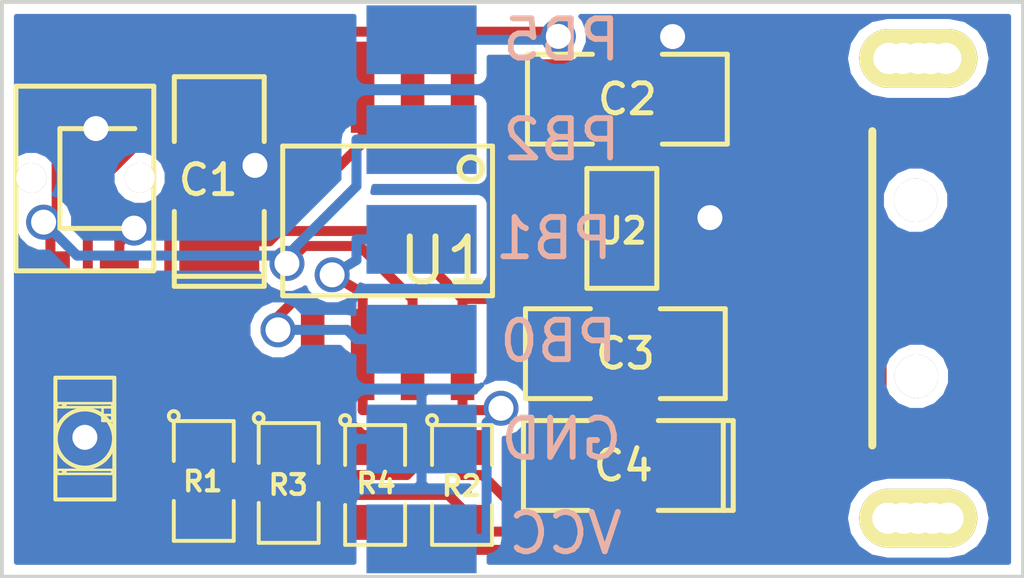
<source format=kicad_pcb>
(kicad_pcb (version 3) (host pcbnew "(2013-07-07 BZR 4022)-stable")

  (general
    (links 32)
    (no_connects 0)
    (area 203.05395 142.316053 231.064201 158.571947)
    (thickness 1.6)
    (drawings 4)
    (tracks 160)
    (zones 0)
    (modules 14)
    (nets 14)
  )

  (page A3)
  (layers
    (15 F.Cu signal)
    (0 B.Cu signal)
    (16 B.Adhes user)
    (17 F.Adhes user)
    (18 B.Paste user)
    (19 F.Paste user)
    (20 B.SilkS user)
    (21 F.SilkS user)
    (22 B.Mask user)
    (23 F.Mask user)
    (24 Dwgs.User user)
    (25 Cmts.User user)
    (26 Eco1.User user)
    (27 Eco2.User user)
    (28 Edge.Cuts user)
  )

  (setup
    (last_trace_width 0.254)
    (user_trace_width 0.127)
    (trace_clearance 0.127)
    (zone_clearance 0.254)
    (zone_45_only no)
    (trace_min 0.127)
    (segment_width 0.2)
    (edge_width 0.1)
    (via_size 0.889)
    (via_drill 0.635)
    (via_min_size 0.555)
    (via_min_drill 0.3352)
    (user_via 0.555 0.3352)
    (uvia_size 0.508)
    (uvia_drill 0.127)
    (uvias_allowed no)
    (uvia_min_size 0.254)
    (uvia_min_drill 0.063)
    (pcb_text_width 0.3)
    (pcb_text_size 1.5 1.5)
    (mod_edge_width 0.15)
    (mod_text_size 1 1)
    (mod_text_width 0.15)
    (pad_size 1.75 2.8)
    (pad_drill 0)
    (pad_to_mask_clearance 0)
    (aux_axis_origin 0 0)
    (visible_elements 7FFFFFFF)
    (pcbplotparams
      (layerselection 284721153)
      (usegerberextensions true)
      (excludeedgelayer true)
      (linewidth 0.150000)
      (plotframeref false)
      (viasonmask false)
      (mode 1)
      (useauxorigin false)
      (hpglpennumber 1)
      (hpglpenspeed 20)
      (hpglpendiameter 15)
      (hpglpenoverlay 2)
      (psnegative false)
      (psa4output false)
      (plotreference true)
      (plotvalue true)
      (plotothertext true)
      (plotinvisibletext false)
      (padsonsilk false)
      (subtractmaskfromsilk false)
      (outputformat 1)
      (mirror false)
      (drillshape 0)
      (scaleselection 1)
      (outputdirectory gerbers/))
  )

  (net 0 "")
  (net 1 GND)
  (net 2 N-0000013)
  (net 3 N-000006)
  (net 4 N-000007)
  (net 5 N-000009)
  (net 6 PB0)
  (net 7 PB1)
  (net 8 PB2)
  (net 9 PB3)
  (net 10 PB4)
  (net 11 PB5)
  (net 12 VBUS)
  (net 13 VCC)

  (net_class Default "This is the default net class."
    (clearance 0.127)
    (trace_width 0.254)
    (via_dia 0.889)
    (via_drill 0.635)
    (uvia_dia 0.508)
    (uvia_drill 0.127)
    (add_net "")
    (add_net GND)
    (add_net N-0000013)
    (add_net N-000006)
    (add_net N-000007)
    (add_net N-000009)
    (add_net PB0)
    (add_net PB1)
    (add_net PB2)
    (add_net PB3)
    (add_net PB4)
    (add_net PB5)
    (add_net VBUS)
    (add_net VCC)
  )

  (module MICROJELLY-USB-A-SMT-MALE (layer F.Cu) (tedit 53FA1903) (tstamp 53F79302)
    (at 229.451 150.419 270)
    (path /53F78CBD)
    (attr smd)
    (fp_text reference J2 (at -4.4325 25.5525 270) (layer B.SilkS) hide
      (effects (font (size 1.27 1.27) (thickness 0.0889)))
    )
    (fp_text value USB (at 1.7143 25.5906 270) (layer B.SilkS) hide
      (effects (font (size 1.27 1.27) (thickness 0.0889)))
    )
    (fp_line (start -3.99796 2.26822) (end 3.99796 2.26822) (layer F.SilkS) (width 0.2032))
    (pad 2 smd rect (at 1.02616 3.66776 270) (size 1.19888 1.99898)
      (layers F.Cu F.Paste F.Mask)
      (net 4 N-000007)
    )
    (pad 3 smd rect (at -1.02616 3.66776 270) (size 1.19888 1.99898)
      (layers F.Cu F.Paste F.Mask)
      (net 3 N-000006)
    )
    (pad 1 smd rect (at 3.49758 3.66776 270) (size 1.19888 1.99898)
      (layers F.Cu F.Paste F.Mask)
      (net 1 GND)
    )
    (pad P$1 thru_hole oval (at 5.84962 1.09982 270) (size 1.4986 2.99974) (drill 0.79756)
      (layers *.Cu *.Mask F.Paste F.SilkS)
    )
    (pad P$3 thru_hole oval (at -5.84962 1.09982 270) (size 1.4986 2.99974) (drill 0.79756)
      (layers *.Cu *.Mask F.Paste F.SilkS)
    )
    (pad 4 smd rect (at -3.49758 3.66776 270) (size 1.19888 1.99898)
      (layers F.Cu F.Paste F.Mask)
      (net 12 VBUS)
    )
    (pad P$4 thru_hole circle (at 2.24028 1.14808 270) (size 1.099998 1.099998) (drill 1.099998)
      (layers *.Cu *.Mask F.SilkS)
    )
    (pad P$5 thru_hole circle (at -2.24282 1.1684 270) (size 1.099998 1.099998) (drill 1.099998)
      (layers *.Cu *.Mask F.SilkS)
    )
    (pad P$4 thru_hole circle (at -5.84962 0.40132 270) (size 0.79756 0.79756) (drill 0.79756)
      (layers *.Cu F.Paste F.SilkS F.Mask)
    )
    (pad P$5 thru_hole circle (at -5.84962 0.78232 270) (size 0.79756 0.79756) (drill 0.79756)
      (layers *.Cu F.Paste F.SilkS F.Mask)
    )
    (pad P$6 thru_hole circle (at -5.84962 1.84404 270) (size 0.79756 0.79756) (drill 0.79756)
      (layers *.Cu F.Paste F.SilkS F.Mask)
    )
    (pad P$7 thru_hole circle (at -5.84962 1.49352 270) (size 0.79756 0.79756) (drill 0.79756)
      (layers *.Cu F.Paste F.SilkS F.Mask)
    )
    (pad P$2 thru_hole circle (at 5.84962 0.34544 270) (size 0.79756 0.79756) (drill 0.79756)
      (layers *.Cu F.Paste F.SilkS F.Mask)
    )
    (pad P$3 thru_hole circle (at 5.84962 0.73152 270) (size 0.79756 0.79756) (drill 0.79756)
      (layers *.Cu F.Paste F.SilkS F.Mask)
    )
    (pad P$4 thru_hole circle (at 5.84962 1.86944 270) (size 0.79756 0.79756) (drill 0.79756)
      (layers *.Cu F.Paste F.SilkS F.Mask)
    )
    (pad P$5 thru_hole circle (at 5.84962 1.46812 270) (size 0.79756 0.79756) (drill 0.79756)
      (layers *.Cu F.Paste F.SilkS F.Mask)
    )
  )

  (module MICROJELLY_ISP_SMD_CLASSIC (layer B.Cu) (tedit 53FA18ED) (tstamp 53FA1098)
    (at 213.944 150.444 270)
    (path /53F78CDD)
    (fp_text reference J1 (at 4.0261 9.9312 270) (layer B.SilkS) hide
      (effects (font (size 1 1) (thickness 0.15)) (justify mirror))
    )
    (fp_text value ISP (at -1.4857 9.8677 270) (layer B.SilkS) hide
      (effects (font (size 1 1) (thickness 0.15)) (justify mirror))
    )
    (fp_text user VCC (at 6.2105 -5.4358 360) (layer B.SilkS)
      (effects (font (size 1 1) (thickness 0.15)) (justify mirror))
    )
    (fp_text user GND (at 3.81 -5.334 360) (layer B.SilkS)
      (effects (font (size 1 1) (thickness 0.15)) (justify mirror))
    )
    (fp_text user PB0 (at 1.321 -5.258 360) (layer B.SilkS)
      (effects (font (size 1 1) (thickness 0.15)) (justify mirror))
    )
    (fp_text user PB1 (at -1.2952 -5.1437 360) (layer B.SilkS)
      (effects (font (size 1 1) (thickness 0.15)) (justify mirror))
    )
    (fp_text user PB2 (at -3.81 -5.334 360) (layer B.SilkS)
      (effects (font (size 1 1) (thickness 0.15)) (justify mirror))
    )
    (fp_text user PB5 (at -6.35 -5.334 360) (layer B.SilkS)
      (effects (font (size 1 1) (thickness 0.15)) (justify mirror))
    )
    (pad 5 smd rect (at -6.35 -1.778 270) (size 1.75 2.8)
      (layers B.Cu B.Paste B.Mask)
      (net 11 PB5)
    )
    (pad 3 smd rect (at -3.81 -1.778 270) (size 1.75 2.8)
      (layers B.Cu B.Paste B.Mask)
      (net 8 PB2)
    )
    (pad 1 smd rect (at -1.27 -1.778 270) (size 1.75 2.8)
      (layers B.Cu B.Paste B.Mask)
      (net 7 PB1)
    )
    (pad 4 smd rect (at 1.27 -1.778 270) (size 1.75 2.8)
      (layers B.Cu B.Paste B.Mask)
      (net 6 PB0)
    )
    (pad 6 smd rect (at 3.81 -1.778 270) (size 1.75 2.8)
      (layers B.Cu B.Paste B.Mask)
      (net 1 GND)
    )
    (pad 2 smd rect (at 6.35 -1.778 270) (size 1.75 2.8)
      (layers B.Cu B.Paste B.Mask)
      (net 13 VCC)
    )
  )

  (module MICROJELLY-SOT23-5 (layer F.Cu) (tedit 53FA14B2) (tstamp 53F7930F)
    (at 220.815 148.895 90)
    (path /53F78C7B)
    (attr smd)
    (fp_text reference U2 (at -0.0633 -0.0128 180) (layer F.SilkS)
      (effects (font (size 0.635 0.635) (thickness 0.127)))
    )
    (fp_text value LDO (at -2.9716 -16.7768 90) (layer F.SilkS) hide
      (effects (font (size 0.635 0.635) (thickness 0.127)))
    )
    (fp_line (start 1.524 -0.889) (end 1.524 0.889) (layer F.SilkS) (width 0.127))
    (fp_line (start 1.524 0.889) (end -1.524 0.889) (layer F.SilkS) (width 0.127))
    (fp_line (start -1.524 0.889) (end -1.524 -0.889) (layer F.SilkS) (width 0.127))
    (fp_line (start -1.524 -0.889) (end 1.524 -0.889) (layer F.SilkS) (width 0.127))
    (pad 1 smd rect (at -0.9525 1.27 90) (size 0.508 0.762)
      (layers F.Cu F.Paste F.Mask)
      (net 12 VBUS)
    )
    (pad 3 smd rect (at 0.9525 1.27 90) (size 0.508 0.762)
      (layers F.Cu F.Paste F.Mask)
      (net 1 GND)
    )
    (pad 5 smd rect (at -0.9525 -1.27 90) (size 0.508 0.762)
      (layers F.Cu F.Paste F.Mask)
      (net 13 VCC)
    )
    (pad 2 smd rect (at 0 1.27 90) (size 0.508 0.762)
      (layers F.Cu F.Paste F.Mask)
      (net 1 GND)
    )
    (pad 4 smd rect (at 0.9525 -1.27 90) (size 0.508 0.762)
      (layers F.Cu F.Paste F.Mask)
      (net 2 N-0000013)
    )
    (model smd/SOT23_5.wrl
      (at (xyz 0 0 0))
      (scale (xyz 0.1 0.1 0.1))
      (rotate (xyz 0 0 0))
    )
  )

  (module MICROJELLY-SOIC8-WIDE (layer F.Cu) (tedit 53FA144B) (tstamp 53F79321)
    (at 214.859 148.704 180)
    (descr "module CMS SOJ 8 pins etroit")
    (tags "CMS SOJ")
    (path /53F78C6C)
    (attr smd)
    (fp_text reference U1 (at -1.4347 -1.0163 180) (layer F.SilkS)
      (effects (font (size 1.143 1.143) (thickness 0.1524)))
    )
    (fp_text value ATTINY85 (at 10.643 -4.6231 270) (layer F.SilkS) hide
      (effects (font (size 0.889 0.889) (thickness 0.1524)))
    )
    (fp_circle (center -2.11328 1.3335) (end -2.3876 1.24714) (layer F.SilkS) (width 0.15))
    (fp_line (start -2.667 1.778) (end -2.667 1.905) (layer F.SilkS) (width 0.127))
    (fp_line (start -2.667 1.905) (end 2.667 1.905) (layer F.SilkS) (width 0.127))
    (fp_line (start 2.667 -1.905) (end -2.667 -1.905) (layer F.SilkS) (width 0.127))
    (fp_line (start -2.667 -1.905) (end -2.667 1.778) (layer F.SilkS) (width 0.127))
    (fp_line (start 2.667 -1.905) (end 2.667 1.905) (layer F.SilkS) (width 0.127))
    (pad 8 smd rect (at -1.905 -3.40106 180) (size 0.59944 2.32)
      (layers F.Cu F.Paste F.Mask)
      (net 13 VCC)
    )
    (pad 1 smd rect (at -1.905 3.40106 180) (size 0.59944 2.32)
      (layers F.Cu F.Paste F.Mask)
      (net 11 PB5)
    )
    (pad 7 smd rect (at -0.635 -3.40106 180) (size 0.59944 2.32)
      (layers F.Cu F.Paste F.Mask)
      (net 8 PB2)
    )
    (pad 6 smd rect (at 0.635 -3.40106 180) (size 0.59944 2.32)
      (layers F.Cu F.Paste F.Mask)
      (net 7 PB1)
    )
    (pad 5 smd rect (at 1.905 -3.40106 180) (size 0.59944 2.32)
      (layers F.Cu F.Paste F.Mask)
      (net 6 PB0)
    )
    (pad 2 smd rect (at -0.635 3.40106 180) (size 0.59944 2.32)
      (layers F.Cu F.Paste F.Mask)
      (net 9 PB3)
    )
    (pad 3 smd rect (at 0.635 3.40106 180) (size 0.59944 2.32)
      (layers F.Cu F.Paste F.Mask)
      (net 10 PB4)
    )
    (pad 4 smd rect (at 1.905 3.40106 180) (size 0.59944 2.32)
      (layers F.Cu F.Paste F.Mask)
      (net 1 GND)
    )
    (model smd/cms_so8.wrl
      (at (xyz 0 0 0))
      (scale (xyz 0.5 0.32 0.5))
      (rotate (xyz 0 0 0))
    )
  )

  (module MICROJELLY-E-SWITCH (layer F.Cu) (tedit 525C1661) (tstamp 53F79332)
    (at 207.162 147.625 270)
    (path /53F78CF3)
    (attr smd)
    (fp_text reference SW1 (at 0 0 270) (layer F.SilkS)
      (effects (font (size 0.0004 0.0004) (thickness 0.00012)))
    )
    (fp_text value ESWITCH (at 0 0 270) (layer F.SilkS)
      (effects (font (size 0.0004 0.0004) (thickness 0.00012)))
    )
    (fp_line (start -2.3495 -1.7526) (end -2.3495 1.7526) (layer F.SilkS) (width 0.127))
    (fp_line (start -2.3495 1.7526) (end 2.3495 1.7526) (layer F.SilkS) (width 0.127))
    (fp_line (start 2.3495 1.7526) (end 2.3495 -1.7526) (layer F.SilkS) (width 0.127))
    (fp_line (start 2.3495 -1.7526) (end -2.3495 -1.7526) (layer F.SilkS) (width 0.127))
    (fp_line (start -1.27 -1.27) (end -1.27 0.635) (layer F.SilkS) (width 0.127))
    (fp_line (start -1.27 0.635) (end 1.27 0.635) (layer F.SilkS) (width 0.127))
    (fp_line (start 1.27 0.635) (end 1.27 -1.27) (layer F.SilkS) (width 0.127))
    (pad 1 smd rect (at -2.6289 0.8763 270) (size 1.5494 0.9906)
      (layers F.Cu F.Paste F.Mask)
      (net 8 PB2)
    )
    (pad 1 smd rect (at 2.6289 0.8763 270) (size 1.5494 0.9906)
      (layers F.Cu F.Paste F.Mask)
      (net 8 PB2)
    )
    (pad 2 smd rect (at -2.6289 -0.8763 270) (size 1.5494 0.9906)
      (layers F.Cu F.Paste F.Mask)
      (net 1 GND)
    )
    (pad 2 smd rect (at 2.6289 -0.8763 270) (size 1.5494 0.9906)
      (layers F.Cu F.Paste F.Mask)
      (net 1 GND)
    )
    (pad P$5 thru_hole circle (at -0.01778 -1.39192 270) (size 0.762 0.762) (drill 0.762)
      (layers *.Cu *.Mask F.SilkS)
    )
    (pad P$6 thru_hole circle (at -0.01524 1.36144 270) (size 0.762 0.762) (drill 0.762)
      (layers *.Cu *.Mask F.SilkS)
    )
  )

  (module SM1206POL (layer F.Cu) (tedit 53FA1462) (tstamp 53F79341)
    (at 210.579 147.574 90)
    (path /53F78D86)
    (attr smd)
    (fp_text reference C1 (at -0.0889 -0.2797 180) (layer F.SilkS)
      (effects (font (size 0.762 0.762) (thickness 0.127)))
    )
    (fp_text value 10uF (at -1.143 -6.4519 90) (layer F.SilkS) hide
      (effects (font (size 0.762 0.762) (thickness 0.127)))
    )
    (fp_line (start -2.54 -1.143) (end -2.794 -1.143) (layer F.SilkS) (width 0.127))
    (fp_line (start -2.794 -1.143) (end -2.794 1.143) (layer F.SilkS) (width 0.127))
    (fp_line (start -2.794 1.143) (end -2.54 1.143) (layer F.SilkS) (width 0.127))
    (fp_line (start -2.54 -1.143) (end -2.54 1.143) (layer F.SilkS) (width 0.127))
    (fp_line (start -2.54 1.143) (end -0.889 1.143) (layer F.SilkS) (width 0.127))
    (fp_line (start 0.889 -1.143) (end 2.54 -1.143) (layer F.SilkS) (width 0.127))
    (fp_line (start 2.54 -1.143) (end 2.54 1.143) (layer F.SilkS) (width 0.127))
    (fp_line (start 2.54 1.143) (end 0.889 1.143) (layer F.SilkS) (width 0.127))
    (fp_line (start -0.889 -1.143) (end -2.54 -1.143) (layer F.SilkS) (width 0.127))
    (pad 1 smd rect (at -1.651 0 90) (size 1.524 2.032)
      (layers F.Cu F.Paste F.Mask)
      (net 13 VCC)
    )
    (pad 2 smd rect (at 1.651 0 90) (size 1.524 2.032)
      (layers F.Cu F.Paste F.Mask)
      (net 1 GND)
    )
    (model smd/chip_cms_pol.wrl
      (at (xyz 0 0 0))
      (scale (xyz 0.17 0.16 0.16))
      (rotate (xyz 0 0 0))
    )
  )

  (module SM1206POL (layer F.Cu) (tedit 53FA14A0) (tstamp 53F79350)
    (at 220.853 154.927 180)
    (path /53F78E77)
    (attr smd)
    (fp_text reference C4 (at 0 0 180) (layer F.SilkS)
      (effects (font (size 0.762 0.762) (thickness 0.127)))
    )
    (fp_text value 1uF (at 16.7767 4.9781 270) (layer F.SilkS) hide
      (effects (font (size 0.762 0.762) (thickness 0.127)))
    )
    (fp_line (start -2.54 -1.143) (end -2.794 -1.143) (layer F.SilkS) (width 0.127))
    (fp_line (start -2.794 -1.143) (end -2.794 1.143) (layer F.SilkS) (width 0.127))
    (fp_line (start -2.794 1.143) (end -2.54 1.143) (layer F.SilkS) (width 0.127))
    (fp_line (start -2.54 -1.143) (end -2.54 1.143) (layer F.SilkS) (width 0.127))
    (fp_line (start -2.54 1.143) (end -0.889 1.143) (layer F.SilkS) (width 0.127))
    (fp_line (start 0.889 -1.143) (end 2.54 -1.143) (layer F.SilkS) (width 0.127))
    (fp_line (start 2.54 -1.143) (end 2.54 1.143) (layer F.SilkS) (width 0.127))
    (fp_line (start 2.54 1.143) (end 0.889 1.143) (layer F.SilkS) (width 0.127))
    (fp_line (start -0.889 -1.143) (end -2.54 -1.143) (layer F.SilkS) (width 0.127))
    (pad 1 smd rect (at -1.651 0 180) (size 1.524 2.032)
      (layers F.Cu F.Paste F.Mask)
      (net 13 VCC)
    )
    (pad 2 smd rect (at 1.651 0 180) (size 1.524 2.032)
      (layers F.Cu F.Paste F.Mask)
      (net 1 GND)
    )
    (model smd/chip_cms_pol.wrl
      (at (xyz 0 0 0))
      (scale (xyz 0.17 0.16 0.16))
      (rotate (xyz 0 0 0))
    )
  )

  (module SM1206 (layer F.Cu) (tedit 53FA14A5) (tstamp 53F7935C)
    (at 220.904 152.082)
    (path /53F78DE2)
    (attr smd)
    (fp_text reference C3 (at 0 0) (layer F.SilkS)
      (effects (font (size 0.762 0.762) (thickness 0.127)))
    )
    (fp_text value .01uF (at -16.8912 -3.2126 90) (layer F.SilkS) hide
      (effects (font (size 0.762 0.762) (thickness 0.127)))
    )
    (fp_line (start -2.54 -1.143) (end -2.54 1.143) (layer F.SilkS) (width 0.127))
    (fp_line (start -2.54 1.143) (end -0.889 1.143) (layer F.SilkS) (width 0.127))
    (fp_line (start 0.889 -1.143) (end 2.54 -1.143) (layer F.SilkS) (width 0.127))
    (fp_line (start 2.54 -1.143) (end 2.54 1.143) (layer F.SilkS) (width 0.127))
    (fp_line (start 2.54 1.143) (end 0.889 1.143) (layer F.SilkS) (width 0.127))
    (fp_line (start -0.889 -1.143) (end -2.54 -1.143) (layer F.SilkS) (width 0.127))
    (pad 1 smd rect (at -1.651 0) (size 1.524 2.032)
      (layers F.Cu F.Paste F.Mask)
      (net 2 N-0000013)
    )
    (pad 2 smd rect (at 1.651 0) (size 1.524 2.032)
      (layers F.Cu F.Paste F.Mask)
      (net 1 GND)
    )
    (model smd/chip_cms.wrl
      (at (xyz 0 0 0))
      (scale (xyz 0.17 0.16 0.16))
      (rotate (xyz 0 0 0))
    )
  )

  (module SM1206 (layer F.Cu) (tedit 53FA14B6) (tstamp 53F79368)
    (at 220.955 145.606)
    (path /53F78E1D)
    (attr smd)
    (fp_text reference C2 (at 0 0) (layer F.SilkS)
      (effects (font (size 0.762 0.762) (thickness 0.127)))
    )
    (fp_text value .1uF (at -16.7898 7.3655 90) (layer F.SilkS) hide
      (effects (font (size 0.762 0.762) (thickness 0.127)))
    )
    (fp_line (start -2.54 -1.143) (end -2.54 1.143) (layer F.SilkS) (width 0.127))
    (fp_line (start -2.54 1.143) (end -0.889 1.143) (layer F.SilkS) (width 0.127))
    (fp_line (start 0.889 -1.143) (end 2.54 -1.143) (layer F.SilkS) (width 0.127))
    (fp_line (start 2.54 -1.143) (end 2.54 1.143) (layer F.SilkS) (width 0.127))
    (fp_line (start 2.54 1.143) (end 0.889 1.143) (layer F.SilkS) (width 0.127))
    (fp_line (start -0.889 -1.143) (end -2.54 -1.143) (layer F.SilkS) (width 0.127))
    (pad 1 smd rect (at -1.651 0) (size 1.524 2.032)
      (layers F.Cu F.Paste F.Mask)
      (net 12 VBUS)
    )
    (pad 2 smd rect (at 1.651 0) (size 1.524 2.032)
      (layers F.Cu F.Paste F.Mask)
      (net 1 GND)
    )
    (model smd/chip_cms.wrl
      (at (xyz 0 0 0))
      (scale (xyz 0.17 0.16 0.16))
      (rotate (xyz 0 0 0))
    )
  )

  (module SM0805 (layer F.Cu) (tedit 53FA1471) (tstamp 53F79375)
    (at 210.185 155.321 270)
    (path /53F78DA1)
    (attr smd)
    (fp_text reference R1 (at 0.0127 0.0254 360) (layer F.SilkS)
      (effects (font (size 0.50038 0.50038) (thickness 0.10922)))
    )
    (fp_text value 47 (at -3.4925 5.9055 270) (layer F.SilkS) hide
      (effects (font (size 0.50038 0.50038) (thickness 0.10922)))
    )
    (fp_circle (center -1.651 0.762) (end -1.651 0.635) (layer F.SilkS) (width 0.09906))
    (fp_line (start -0.508 0.762) (end -1.524 0.762) (layer F.SilkS) (width 0.09906))
    (fp_line (start -1.524 0.762) (end -1.524 -0.762) (layer F.SilkS) (width 0.09906))
    (fp_line (start -1.524 -0.762) (end -0.508 -0.762) (layer F.SilkS) (width 0.09906))
    (fp_line (start 0.508 -0.762) (end 1.524 -0.762) (layer F.SilkS) (width 0.09906))
    (fp_line (start 1.524 -0.762) (end 1.524 0.762) (layer F.SilkS) (width 0.09906))
    (fp_line (start 1.524 0.762) (end 0.508 0.762) (layer F.SilkS) (width 0.09906))
    (pad 1 smd rect (at -0.9525 0 270) (size 0.889 1.397)
      (layers F.Cu F.Paste F.Mask)
      (net 7 PB1)
    )
    (pad 2 smd rect (at 0.9525 0 270) (size 0.889 1.397)
      (layers F.Cu F.Paste F.Mask)
      (net 5 N-000009)
    )
    (model smd/chip_cms.wrl
      (at (xyz 0 0 0))
      (scale (xyz 0.1 0.1 0.1))
      (rotate (xyz 0 0 0))
    )
  )

  (module SM0805 (layer F.Cu) (tedit 53FA1491) (tstamp 53F79382)
    (at 214.541 155.423 270)
    (path /53F78F69)
    (attr smd)
    (fp_text reference R4 (at -0.0385 -0.0255 360) (layer F.SilkS)
      (effects (font (size 0.50038 0.50038) (thickness 0.10922)))
    )
    (fp_text value 68 (at -5.7916 10.2996 270) (layer F.SilkS) hide
      (effects (font (size 0.50038 0.50038) (thickness 0.10922)))
    )
    (fp_circle (center -1.651 0.762) (end -1.651 0.635) (layer F.SilkS) (width 0.09906))
    (fp_line (start -0.508 0.762) (end -1.524 0.762) (layer F.SilkS) (width 0.09906))
    (fp_line (start -1.524 0.762) (end -1.524 -0.762) (layer F.SilkS) (width 0.09906))
    (fp_line (start -1.524 -0.762) (end -0.508 -0.762) (layer F.SilkS) (width 0.09906))
    (fp_line (start 0.508 -0.762) (end 1.524 -0.762) (layer F.SilkS) (width 0.09906))
    (fp_line (start 1.524 -0.762) (end 1.524 0.762) (layer F.SilkS) (width 0.09906))
    (fp_line (start 1.524 0.762) (end 0.508 0.762) (layer F.SilkS) (width 0.09906))
    (pad 1 smd rect (at -0.9525 0 270) (size 0.889 1.397)
      (layers F.Cu F.Paste F.Mask)
      (net 10 PB4)
    )
    (pad 2 smd rect (at 0.9525 0 270) (size 0.889 1.397)
      (layers F.Cu F.Paste F.Mask)
      (net 4 N-000007)
    )
    (model smd/chip_cms.wrl
      (at (xyz 0 0 0))
      (scale (xyz 0.1 0.1 0.1))
      (rotate (xyz 0 0 0))
    )
  )

  (module SM0805 (layer F.Cu) (tedit 53FA148B) (tstamp 53F7938F)
    (at 212.344 155.372 270)
    (path /53F78FA1)
    (attr smd)
    (fp_text reference R3 (at 0.0506 0.0127 360) (layer F.SilkS)
      (effects (font (size 0.50038 0.50038) (thickness 0.10922)))
    )
    (fp_text value 68 (at -6.4518 8.2423 270) (layer F.SilkS) hide
      (effects (font (size 0.50038 0.50038) (thickness 0.10922)))
    )
    (fp_circle (center -1.651 0.762) (end -1.651 0.635) (layer F.SilkS) (width 0.09906))
    (fp_line (start -0.508 0.762) (end -1.524 0.762) (layer F.SilkS) (width 0.09906))
    (fp_line (start -1.524 0.762) (end -1.524 -0.762) (layer F.SilkS) (width 0.09906))
    (fp_line (start -1.524 -0.762) (end -0.508 -0.762) (layer F.SilkS) (width 0.09906))
    (fp_line (start 0.508 -0.762) (end 1.524 -0.762) (layer F.SilkS) (width 0.09906))
    (fp_line (start 1.524 -0.762) (end 1.524 0.762) (layer F.SilkS) (width 0.09906))
    (fp_line (start 1.524 0.762) (end 0.508 0.762) (layer F.SilkS) (width 0.09906))
    (pad 1 smd rect (at -0.9525 0 270) (size 0.889 1.397)
      (layers F.Cu F.Paste F.Mask)
      (net 9 PB3)
    )
    (pad 2 smd rect (at 0.9525 0 270) (size 0.889 1.397)
      (layers F.Cu F.Paste F.Mask)
      (net 3 N-000006)
    )
    (model smd/chip_cms.wrl
      (at (xyz 0 0 0))
      (scale (xyz 0.1 0.1 0.1))
      (rotate (xyz 0 0 0))
    )
  )

  (module SM0805 (layer F.Cu) (tedit 53FA1494) (tstamp 53F7939C)
    (at 216.751 155.423 270)
    (path /53F78FA7)
    (attr smd)
    (fp_text reference R2 (at 0.025 0.0128 360) (layer F.SilkS)
      (effects (font (size 0.50038 0.50038) (thickness 0.10922)))
    )
    (fp_text value 1K5 (at -6.325 12.6747 270) (layer F.SilkS) hide
      (effects (font (size 0.50038 0.50038) (thickness 0.10922)))
    )
    (fp_circle (center -1.651 0.762) (end -1.651 0.635) (layer F.SilkS) (width 0.09906))
    (fp_line (start -0.508 0.762) (end -1.524 0.762) (layer F.SilkS) (width 0.09906))
    (fp_line (start -1.524 0.762) (end -1.524 -0.762) (layer F.SilkS) (width 0.09906))
    (fp_line (start -1.524 -0.762) (end -0.508 -0.762) (layer F.SilkS) (width 0.09906))
    (fp_line (start 0.508 -0.762) (end 1.524 -0.762) (layer F.SilkS) (width 0.09906))
    (fp_line (start 1.524 -0.762) (end 1.524 0.762) (layer F.SilkS) (width 0.09906))
    (fp_line (start 1.524 0.762) (end 0.508 0.762) (layer F.SilkS) (width 0.09906))
    (pad 1 smd rect (at -0.9525 0 270) (size 0.889 1.397)
      (layers F.Cu F.Paste F.Mask)
      (net 13 VCC)
    )
    (pad 2 smd rect (at 0.9525 0 270) (size 0.889 1.397)
      (layers F.Cu F.Paste F.Mask)
      (net 3 N-000006)
    )
    (model smd/chip_cms.wrl
      (at (xyz 0 0 0))
      (scale (xyz 0.1 0.1 0.1))
      (rotate (xyz 0 0 0))
    )
  )

  (module LED-1206 (layer F.Cu) (tedit 53FA1456) (tstamp 53F793C6)
    (at 207.162 154.242 90)
    (descr "LED 1206 smd package")
    (tags "LED1206 SMD")
    (path /53F78DB1)
    (attr smd)
    (fp_text reference D1 (at 0.1148 -2.946 90) (layer F.SilkS) hide
      (effects (font (size 0.762 0.762) (thickness 0.0889)))
    )
    (fp_text value LED (at 0.1783 -2.8952 90) (layer F.SilkS) hide
      (effects (font (size 0.762 0.762) (thickness 0.0889)))
    )
    (fp_line (start -0.09906 0.09906) (end 0.09906 0.09906) (layer F.SilkS) (width 0.06604))
    (fp_line (start 0.09906 0.09906) (end 0.09906 -0.09906) (layer F.SilkS) (width 0.06604))
    (fp_line (start -0.09906 -0.09906) (end 0.09906 -0.09906) (layer F.SilkS) (width 0.06604))
    (fp_line (start -0.09906 0.09906) (end -0.09906 -0.09906) (layer F.SilkS) (width 0.06604))
    (fp_line (start 0.44958 0.6985) (end 0.79756 0.6985) (layer F.SilkS) (width 0.06604))
    (fp_line (start 0.79756 0.6985) (end 0.79756 0.44958) (layer F.SilkS) (width 0.06604))
    (fp_line (start 0.44958 0.44958) (end 0.79756 0.44958) (layer F.SilkS) (width 0.06604))
    (fp_line (start 0.44958 0.6985) (end 0.44958 0.44958) (layer F.SilkS) (width 0.06604))
    (fp_line (start 0.79756 0.6985) (end 0.89916 0.6985) (layer F.SilkS) (width 0.06604))
    (fp_line (start 0.89916 0.6985) (end 0.89916 -0.49784) (layer F.SilkS) (width 0.06604))
    (fp_line (start 0.79756 -0.49784) (end 0.89916 -0.49784) (layer F.SilkS) (width 0.06604))
    (fp_line (start 0.79756 0.6985) (end 0.79756 -0.49784) (layer F.SilkS) (width 0.06604))
    (fp_line (start 0.79756 -0.54864) (end 0.89916 -0.54864) (layer F.SilkS) (width 0.06604))
    (fp_line (start 0.89916 -0.54864) (end 0.89916 -0.6985) (layer F.SilkS) (width 0.06604))
    (fp_line (start 0.79756 -0.6985) (end 0.89916 -0.6985) (layer F.SilkS) (width 0.06604))
    (fp_line (start 0.79756 -0.54864) (end 0.79756 -0.6985) (layer F.SilkS) (width 0.06604))
    (fp_line (start -0.89916 0.6985) (end -0.79756 0.6985) (layer F.SilkS) (width 0.06604))
    (fp_line (start -0.79756 0.6985) (end -0.79756 -0.49784) (layer F.SilkS) (width 0.06604))
    (fp_line (start -0.89916 -0.49784) (end -0.79756 -0.49784) (layer F.SilkS) (width 0.06604))
    (fp_line (start -0.89916 0.6985) (end -0.89916 -0.49784) (layer F.SilkS) (width 0.06604))
    (fp_line (start -0.89916 -0.54864) (end -0.79756 -0.54864) (layer F.SilkS) (width 0.06604))
    (fp_line (start -0.79756 -0.54864) (end -0.79756 -0.6985) (layer F.SilkS) (width 0.06604))
    (fp_line (start -0.89916 -0.6985) (end -0.79756 -0.6985) (layer F.SilkS) (width 0.06604))
    (fp_line (start -0.89916 -0.54864) (end -0.89916 -0.6985) (layer F.SilkS) (width 0.06604))
    (fp_line (start 0.44958 0.6985) (end 0.59944 0.6985) (layer F.SilkS) (width 0.06604))
    (fp_line (start 0.59944 0.6985) (end 0.59944 0.44958) (layer F.SilkS) (width 0.06604))
    (fp_line (start 0.44958 0.44958) (end 0.59944 0.44958) (layer F.SilkS) (width 0.06604))
    (fp_line (start 0.44958 0.6985) (end 0.44958 0.44958) (layer F.SilkS) (width 0.06604))
    (fp_line (start 1.5494 0.7493) (end -1.5494 0.7493) (layer F.SilkS) (width 0.1016))
    (fp_line (start -1.5494 0.7493) (end -1.5494 -0.7493) (layer F.SilkS) (width 0.1016))
    (fp_line (start -1.5494 -0.7493) (end 1.5494 -0.7493) (layer F.SilkS) (width 0.1016))
    (fp_line (start 1.5494 -0.7493) (end 1.5494 0.7493) (layer F.SilkS) (width 0.1016))
    (fp_arc (start 0 0) (end 0.54864 0.49784) (angle 95.4) (layer F.SilkS) (width 0.1016))
    (fp_arc (start 0 0) (end -0.54864 0.49784) (angle 84.5) (layer F.SilkS) (width 0.1016))
    (fp_arc (start 0 0) (end -0.54864 -0.49784) (angle 95.4) (layer F.SilkS) (width 0.1016))
    (fp_arc (start 0 0) (end 0.54864 -0.49784) (angle 84.5) (layer F.SilkS) (width 0.1016))
    (pad 1 smd rect (at -1.41986 0 90) (size 1.59766 1.80086)
      (layers F.Cu F.Paste F.Mask)
      (net 5 N-000009)
    )
    (pad 2 smd rect (at 1.41986 0 90) (size 1.59766 1.80086)
      (layers F.Cu F.Paste F.Mask)
      (net 1 GND)
    )
  )

  (gr_line (start 205.0542 157.7594) (end 205.0542 143.1323) (angle 90) (layer Edge.Cuts) (width 0.1))
  (gr_line (start 231.0142 157.7594) (end 231.0142 143.1323) (angle 90) (layer Edge.Cuts) (width 0.1))
  (gr_line (start 205.0542 157.7594) (end 231.0142 157.7594) (angle 90) (layer Edge.Cuts) (width 0.1))
  (gr_line (start 205.0542 143.1323) (end 231.0142 143.1323) (angle 90) (layer Edge.Cuts) (width 0.1))

  (via (at 208.413 148.8872) (size 0.889) (layers F.Cu B.Cu) (net 1))
  (via (at 207.162 154.2112) (size 0.889) (layers F.Cu B.Cu) (net 1))
  (via (at 207.4421 146.3538) (size 0.889) (layers F.Cu B.Cu) (net 1))
  (via (at 211.4867 147.2913) (size 0.889) (layers F.Cu B.Cu) (net 1))
  (via (at 222.1048 144.0128) (size 0.889) (layers F.Cu B.Cu) (net 1))
  (via (at 223.0533 148.62) (size 0.889) (layers F.Cu B.Cu) (net 1))
  (segment (start 220.2183 153.4024) (end 221.5387 152.082) (width 0.254) (layer F.Cu) (net 1))
  (segment (start 220.2183 154.927) (end 220.2183 153.4024) (width 0.254) (layer F.Cu) (net 1))
  (segment (start 222.555 152.082) (end 221.5387 152.082) (width 0.254) (layer F.Cu) (net 1))
  (segment (start 219.202 154.927) (end 220.2183 154.927) (width 0.254) (layer F.Cu) (net 1))
  (segment (start 208.0383 150.2539) (end 208.0383 149.2249) (width 0.254) (layer F.Cu) (net 1))
  (segment (start 208.0753 149.2249) (end 208.0383 149.2249) (width 0.254) (layer F.Cu) (net 1))
  (segment (start 208.413 148.8872) (end 208.0753 149.2249) (width 0.254) (layer F.Cu) (net 1))
  (segment (start 212.954 145.3029) (end 212.954 146.7172) (width 0.254) (layer F.Cu) (net 1))
  (segment (start 207.162 152.8221) (end 207.162 154.2112) (width 0.254) (layer F.Cu) (net 1))
  (segment (start 208.0383 144.9961) (end 208.0383 146.0251) (width 0.254) (layer F.Cu) (net 1))
  (segment (start 207.7708 146.0251) (end 208.0383 146.0251) (width 0.254) (layer F.Cu) (net 1))
  (segment (start 207.4421 146.3538) (end 207.7708 146.0251) (width 0.254) (layer F.Cu) (net 1))
  (segment (start 210.579 145.923) (end 210.579 146.4219) (width 0.254) (layer F.Cu) (net 1))
  (segment (start 210.8743 146.7172) (end 211.4867 146.7172) (width 0.254) (layer F.Cu) (net 1))
  (segment (start 210.579 146.4219) (end 210.8743 146.7172) (width 0.254) (layer F.Cu) (net 1))
  (segment (start 211.4867 146.7172) (end 212.954 146.7172) (width 0.254) (layer F.Cu) (net 1))
  (segment (start 211.4867 147.2913) (end 211.4867 146.7172) (width 0.254) (layer F.Cu) (net 1))
  (segment (start 222.606 145.606) (end 222.606 144.3357) (width 0.254) (layer F.Cu) (net 1))
  (segment (start 222.4277 144.3357) (end 222.606 144.3357) (width 0.254) (layer F.Cu) (net 1))
  (segment (start 222.1048 144.0128) (end 222.4277 144.3357) (width 0.254) (layer F.Cu) (net 1))
  (segment (start 222.085 147.9425) (end 222.085 148.895) (width 0.254) (layer F.Cu) (net 1))
  (segment (start 222.085 148.895) (end 222.7203 148.895) (width 0.254) (layer F.Cu) (net 1))
  (segment (start 222.9953 148.62) (end 222.7203 148.895) (width 0.254) (layer F.Cu) (net 1))
  (segment (start 223.0533 148.62) (end 222.9953 148.62) (width 0.254) (layer F.Cu) (net 1))
  (segment (start 222.7203 150.6464) (end 222.555 150.8117) (width 0.254) (layer F.Cu) (net 1))
  (segment (start 222.7203 148.895) (end 222.7203 150.6464) (width 0.254) (layer F.Cu) (net 1))
  (segment (start 222.555 152.082) (end 222.555 151.4468) (width 0.254) (layer F.Cu) (net 1))
  (segment (start 222.555 151.4468) (end 222.555 150.8117) (width 0.254) (layer F.Cu) (net 1))
  (segment (start 224.5294 153.4212) (end 224.5294 153.9166) (width 0.254) (layer F.Cu) (net 1))
  (segment (start 222.555 151.4468) (end 224.5294 153.4212) (width 0.254) (layer F.Cu) (net 1))
  (segment (start 225.7832 153.9166) (end 224.5294 153.9166) (width 0.254) (layer F.Cu) (net 1))
  (segment (start 219.253 152.082) (end 219.253 150.8117) (width 0.254) (layer F.Cu) (net 2))
  (segment (start 219.545 147.9425) (end 220.1803 147.9425) (width 0.254) (layer F.Cu) (net 2))
  (segment (start 220.1803 150.2171) (end 220.1803 147.9425) (width 0.254) (layer F.Cu) (net 2))
  (segment (start 219.5857 150.8117) (end 220.1803 150.2171) (width 0.254) (layer F.Cu) (net 2))
  (segment (start 219.253 150.8117) (end 219.5857 150.8117) (width 0.254) (layer F.Cu) (net 2))
  (segment (start 216.751 156.3755) (end 216.751 156.0261) (width 0.254) (layer F.Cu) (net 3))
  (segment (start 225.7832 149.3928) (end 224.5294 149.3928) (width 0.254) (layer F.Cu) (net 3))
  (segment (start 217.3344 156.6095) (end 216.751 156.0261) (width 0.254) (layer F.Cu) (net 3))
  (segment (start 225.0662 156.6095) (end 217.3344 156.6095) (width 0.254) (layer F.Cu) (net 3))
  (segment (start 227.037 154.6387) (end 225.0662 156.6095) (width 0.254) (layer F.Cu) (net 3))
  (segment (start 227.037 153.2119) (end 227.037 154.6387) (width 0.254) (layer F.Cu) (net 3))
  (segment (start 226.888 153.0629) (end 227.037 153.2119) (width 0.254) (layer F.Cu) (net 3))
  (segment (start 225.3961 153.0629) (end 226.888 153.0629) (width 0.254) (layer F.Cu) (net 3))
  (segment (start 224.5294 152.1962) (end 225.3961 153.0629) (width 0.254) (layer F.Cu) (net 3))
  (segment (start 224.5294 149.3928) (end 224.5294 152.1962) (width 0.254) (layer F.Cu) (net 3))
  (segment (start 213.2968 156.0814) (end 213.2968 156.3245) (width 0.254) (layer F.Cu) (net 3))
  (segment (start 213.7016 155.6766) (end 213.2968 156.0814) (width 0.254) (layer F.Cu) (net 3))
  (segment (start 216.4015 155.6766) (end 213.7016 155.6766) (width 0.254) (layer F.Cu) (net 3))
  (segment (start 216.751 156.0261) (end 216.4015 155.6766) (width 0.254) (layer F.Cu) (net 3))
  (segment (start 212.344 156.3245) (end 213.2968 156.3245) (width 0.254) (layer F.Cu) (net 3))
  (segment (start 214.541 156.3755) (end 214.541 157.0743) (width 0.254) (layer F.Cu) (net 4))
  (segment (start 225.7832 151.4452) (end 227.037 151.4452) (width 0.254) (layer F.Cu) (net 4))
  (segment (start 227.4183 151.8265) (end 227.037 151.4452) (width 0.254) (layer F.Cu) (net 4))
  (segment (start 227.4183 154.7966) (end 227.4183 151.8265) (width 0.254) (layer F.Cu) (net 4))
  (segment (start 225.1406 157.0743) (end 227.4183 154.7966) (width 0.254) (layer F.Cu) (net 4))
  (segment (start 214.541 157.0743) (end 225.1406 157.0743) (width 0.254) (layer F.Cu) (net 4))
  (segment (start 208.6206 155.6619) (end 209.2322 156.2735) (width 0.254) (layer F.Cu) (net 5))
  (segment (start 207.162 155.6619) (end 208.6206 155.6619) (width 0.254) (layer F.Cu) (net 5))
  (segment (start 210.185 156.2735) (end 209.2322 156.2735) (width 0.254) (layer F.Cu) (net 5))
  (via (at 212.0719 151.4767) (size 0.889) (layers F.Cu B.Cu) (net 6))
  (segment (start 212.954 152.1051) (end 212.954 150.6908) (width 0.254) (layer F.Cu) (net 6))
  (segment (start 213.8304 151.4767) (end 212.0719 151.4767) (width 0.254) (layer B.Cu) (net 6))
  (segment (start 214.0677 151.714) (end 213.8304 151.4767) (width 0.254) (layer B.Cu) (net 6))
  (segment (start 212.0719 151.1411) (end 212.0719 151.4767) (width 0.254) (layer F.Cu) (net 6))
  (segment (start 212.5222 150.6908) (end 212.0719 151.1411) (width 0.254) (layer F.Cu) (net 6))
  (segment (start 212.954 150.6908) (end 212.5222 150.6908) (width 0.254) (layer F.Cu) (net 6))
  (segment (start 215.722 151.714) (end 214.0677 151.714) (width 0.254) (layer B.Cu) (net 6))
  (via (at 213.4489 150.0759) (size 0.889) (layers F.Cu B.Cu) (net 7))
  (segment (start 215.1663 153.5194) (end 214.224 153.5194) (width 0.254) (layer F.Cu) (net 7))
  (segment (start 215.4939 153.847) (end 215.1663 153.5194) (width 0.254) (layer F.Cu) (net 7))
  (segment (start 215.4939 155.0233) (end 215.4939 153.847) (width 0.254) (layer F.Cu) (net 7))
  (segment (start 215.3478 155.1694) (end 215.4939 155.0233) (width 0.254) (layer F.Cu) (net 7))
  (segment (start 210.2871 155.1694) (end 215.3478 155.1694) (width 0.254) (layer F.Cu) (net 7))
  (segment (start 210.185 155.0673) (end 210.2871 155.1694) (width 0.254) (layer F.Cu) (net 7))
  (segment (start 210.185 154.3685) (end 210.185 155.0673) (width 0.254) (layer F.Cu) (net 7))
  (segment (start 214.224 152.1051) (end 214.224 150.6908) (width 0.254) (layer F.Cu) (net 7))
  (segment (start 214.0677 149.701) (end 213.4489 150.0759) (width 0.254) (layer B.Cu) (net 7))
  (segment (start 214.0677 149.174) (end 214.0677 149.701) (width 0.254) (layer B.Cu) (net 7))
  (segment (start 214.224 150.5385) (end 213.4489 150.0759) (width 0.254) (layer F.Cu) (net 7))
  (segment (start 214.224 150.6908) (end 214.224 150.5385) (width 0.254) (layer F.Cu) (net 7))
  (segment (start 215.722 149.174) (end 214.0677 149.174) (width 0.254) (layer B.Cu) (net 7))
  (segment (start 214.224 152.1051) (end 214.224 153.5194) (width 0.254) (layer F.Cu) (net 7))
  (via (at 212.2994 149.7861) (size 0.889) (layers F.Cu B.Cu) (net 8))
  (via (at 206.1128 148.735) (size 0.889) (layers F.Cu B.Cu) (net 8))
  (segment (start 215.494 152.1051) (end 215.494 150.6908) (width 0.254) (layer F.Cu) (net 8))
  (segment (start 215.722 146.634) (end 214.0677 146.634) (width 0.254) (layer B.Cu) (net 8))
  (segment (start 212.2994 149.5861) (end 212.2994 149.7861) (width 0.254) (layer B.Cu) (net 8))
  (segment (start 214.0677 147.8178) (end 212.2994 149.5861) (width 0.254) (layer B.Cu) (net 8))
  (segment (start 214.0677 146.634) (end 214.0677 147.8178) (width 0.254) (layer B.Cu) (net 8))
  (segment (start 206.9639 149.5861) (end 206.1128 148.735) (width 0.254) (layer B.Cu) (net 8))
  (segment (start 212.2994 149.5861) (end 206.9639 149.5861) (width 0.254) (layer B.Cu) (net 8))
  (segment (start 206.2857 148.9079) (end 206.2857 150.2539) (width 0.254) (layer F.Cu) (net 8))
  (segment (start 206.1128 148.735) (end 206.2857 148.9079) (width 0.254) (layer F.Cu) (net 8))
  (segment (start 206.4441 148.4037) (end 206.1128 148.735) (width 0.254) (layer F.Cu) (net 8))
  (segment (start 206.4441 146.1835) (end 206.4441 148.4037) (width 0.254) (layer F.Cu) (net 8))
  (segment (start 206.2857 146.0251) (end 206.4441 146.1835) (width 0.254) (layer F.Cu) (net 8))
  (segment (start 206.2857 144.9961) (end 206.2857 146.0251) (width 0.254) (layer F.Cu) (net 8))
  (segment (start 212.7427 149.3428) (end 212.2994 149.7861) (width 0.254) (layer F.Cu) (net 8))
  (segment (start 214.146 149.3428) (end 212.7427 149.3428) (width 0.254) (layer F.Cu) (net 8))
  (segment (start 215.494 150.6908) (end 214.146 149.3428) (width 0.254) (layer F.Cu) (net 8))
  (segment (start 210.395 143.8886) (end 215.494 143.8886) (width 0.254) (layer F.Cu) (net 9))
  (segment (start 208.909 145.3746) (end 210.395 143.8886) (width 0.254) (layer F.Cu) (net 9))
  (segment (start 208.909 146.3325) (end 208.909 145.3746) (width 0.254) (layer F.Cu) (net 9))
  (segment (start 207.2371 148.0044) (end 208.909 146.3325) (width 0.254) (layer F.Cu) (net 9))
  (segment (start 207.2371 151.1208) (end 207.2371 148.0044) (width 0.254) (layer F.Cu) (net 9))
  (segment (start 207.8852 151.7689) (end 207.2371 151.1208) (width 0.254) (layer F.Cu) (net 9))
  (segment (start 209.6934 151.7689) (end 207.8852 151.7689) (width 0.254) (layer F.Cu) (net 9))
  (segment (start 212.344 154.4195) (end 209.6934 151.7689) (width 0.254) (layer F.Cu) (net 9))
  (segment (start 215.494 145.3029) (end 215.494 143.8886) (width 0.254) (layer F.Cu) (net 9))
  (segment (start 212.9231 148.0181) (end 214.224 146.7172) (width 0.254) (layer F.Cu) (net 10))
  (segment (start 209.6325 148.0181) (end 212.9231 148.0181) (width 0.254) (layer F.Cu) (net 10))
  (segment (start 209.3086 148.342) (end 209.6325 148.0181) (width 0.254) (layer F.Cu) (net 10))
  (segment (start 209.3086 150.325) (end 209.3086 148.342) (width 0.254) (layer F.Cu) (net 10))
  (segment (start 212.7043 153.7207) (end 209.3086 150.325) (width 0.254) (layer F.Cu) (net 10))
  (segment (start 213.7912 153.7207) (end 212.7043 153.7207) (width 0.254) (layer F.Cu) (net 10))
  (segment (start 214.541 154.4705) (end 213.7912 153.7207) (width 0.254) (layer F.Cu) (net 10))
  (segment (start 214.224 145.3029) (end 214.224 146.7172) (width 0.254) (layer F.Cu) (net 10))
  (via (at 219.1995 144.0085) (size 0.889) (layers F.Cu B.Cu) (net 11))
  (segment (start 216.764 145.3029) (end 216.764 143.8886) (width 0.254) (layer F.Cu) (net 11))
  (segment (start 219.114 144.094) (end 219.1995 144.0085) (width 0.254) (layer B.Cu) (net 11))
  (segment (start 215.722 144.094) (end 219.114 144.094) (width 0.254) (layer B.Cu) (net 11))
  (segment (start 219.0796 143.8886) (end 219.1995 144.0085) (width 0.254) (layer F.Cu) (net 11))
  (segment (start 216.764 143.8886) (end 219.0796 143.8886) (width 0.254) (layer F.Cu) (net 11))
  (segment (start 219.304 145.606) (end 220.3203 145.606) (width 0.254) (layer F.Cu) (net 12))
  (segment (start 221.4497 147.1074) (end 221.6357 146.9214) (width 0.254) (layer F.Cu) (net 12))
  (segment (start 221.4497 149.8475) (end 221.4497 147.1074) (width 0.254) (layer F.Cu) (net 12))
  (segment (start 220.3203 145.606) (end 221.6357 146.9214) (width 0.254) (layer F.Cu) (net 12))
  (segment (start 221.6357 146.9214) (end 225.7832 146.9214) (width 0.254) (layer F.Cu) (net 12))
  (segment (start 222.085 149.8475) (end 221.4497 149.8475) (width 0.254) (layer F.Cu) (net 12))
  (via (at 217.7418 153.4713) (size 0.889) (layers F.Cu B.Cu) (net 13))
  (segment (start 216.751 154.4705) (end 216.751 153.7717) (width 0.254) (layer F.Cu) (net 13))
  (segment (start 217.266 155.1693) (end 216.751 155.1693) (width 0.254) (layer F.Cu) (net 13))
  (segment (start 218.2962 156.1995) (end 217.266 155.1693) (width 0.254) (layer F.Cu) (net 13))
  (segment (start 220.2152 156.1995) (end 218.2962 156.1995) (width 0.254) (layer F.Cu) (net 13))
  (segment (start 221.4877 154.927) (end 220.2152 156.1995) (width 0.254) (layer F.Cu) (net 13))
  (segment (start 222.504 154.927) (end 221.4877 154.927) (width 0.254) (layer F.Cu) (net 13))
  (segment (start 216.751 154.4705) (end 216.751 155.1693) (width 0.254) (layer F.Cu) (net 13))
  (segment (start 219.545 149.8475) (end 218.9097 149.8475) (width 0.254) (layer F.Cu) (net 13))
  (segment (start 218.0664 150.6908) (end 218.9097 149.8475) (width 0.254) (layer F.Cu) (net 13))
  (segment (start 216.764 150.6908) (end 218.0664 150.6908) (width 0.254) (layer F.Cu) (net 13))
  (segment (start 216.764 152.1051) (end 216.764 150.6908) (width 0.254) (layer F.Cu) (net 13))
  (segment (start 210.579 149.225) (end 211.8493 149.225) (width 0.254) (layer F.Cu) (net 13))
  (segment (start 212.1128 148.9615) (end 211.8493 149.225) (width 0.254) (layer F.Cu) (net 13))
  (segment (start 215.0347 148.9615) (end 212.1128 148.9615) (width 0.254) (layer F.Cu) (net 13))
  (segment (start 216.764 150.6908) (end 215.0347 148.9615) (width 0.254) (layer F.Cu) (net 13))
  (segment (start 216.764 152.1051) (end 216.764 153.5194) (width 0.254) (layer F.Cu) (net 13))
  (segment (start 217.3763 153.8368) (end 217.7418 153.4713) (width 0.254) (layer B.Cu) (net 13))
  (segment (start 217.3763 156.794) (end 217.3763 153.8368) (width 0.254) (layer B.Cu) (net 13))
  (segment (start 216.764 153.7587) (end 216.751 153.7717) (width 0.254) (layer F.Cu) (net 13))
  (segment (start 216.764 153.5194) (end 216.764 153.7587) (width 0.254) (layer F.Cu) (net 13))
  (segment (start 217.6937 153.5194) (end 216.764 153.5194) (width 0.254) (layer F.Cu) (net 13))
  (segment (start 217.7418 153.4713) (end 217.6937 153.5194) (width 0.254) (layer F.Cu) (net 13))
  (segment (start 215.722 156.794) (end 217.3763 156.794) (width 0.254) (layer B.Cu) (net 13))

  (zone (net 1) (net_name GND) (layer B.Cu) (tstamp 53FA13A2) (hatch edge 0.508)
    (connect_pads (clearance 0.254))
    (min_thickness 0.127)
    (fill (arc_segments 16) (thermal_gap 0.254) (thermal_bridge_width 0.254))
    (polygon
      (pts
        (xy 205.0415 143.1544) (xy 231.0257 143.1671) (xy 230.9876 157.7721) (xy 205.0415 157.7086)
      )
    )
    (filled_polygon
      (pts
        (xy 230.6467 157.3919) (xy 230.204154 157.3919) (xy 230.204154 156.26862) (xy 230.204154 144.56938) (xy 230.122949 144.161133)
        (xy 229.891696 143.815038) (xy 229.545601 143.583785) (xy 229.137354 143.50258) (xy 227.565006 143.50258) (xy 227.156759 143.583785)
        (xy 226.810664 143.815038) (xy 226.579411 144.161133) (xy 226.498206 144.56938) (xy 226.579411 144.977627) (xy 226.810664 145.323722)
        (xy 227.156759 145.554975) (xy 227.565006 145.63618) (xy 229.137354 145.63618) (xy 229.545601 145.554975) (xy 229.891696 145.323722)
        (xy 230.122949 144.977627) (xy 230.204154 144.56938) (xy 230.204154 156.26862) (xy 230.122949 155.860373) (xy 229.891696 155.514278)
        (xy 229.545601 155.283025) (xy 229.170569 155.208426) (xy 229.170569 152.487481) (xy 229.150249 152.438302) (xy 229.150249 148.004381)
        (xy 229.018458 147.685423) (xy 228.77464 147.441179) (xy 228.455913 147.308832) (xy 228.110801 147.308531) (xy 227.791843 147.440322)
        (xy 227.547599 147.68414) (xy 227.415252 148.002867) (xy 227.414951 148.347979) (xy 227.546742 148.666937) (xy 227.79056 148.911181)
        (xy 228.109287 149.043528) (xy 228.454399 149.043829) (xy 228.773357 148.912038) (xy 229.017601 148.66822) (xy 229.149948 148.349493)
        (xy 229.150249 148.004381) (xy 229.150249 152.438302) (xy 229.038778 152.168523) (xy 228.79496 151.924279) (xy 228.476233 151.791932)
        (xy 228.131121 151.791631) (xy 227.812163 151.923422) (xy 227.567919 152.16724) (xy 227.435572 152.485967) (xy 227.435271 152.831079)
        (xy 227.567062 153.150037) (xy 227.81088 153.394281) (xy 228.129607 153.526628) (xy 228.474719 153.526929) (xy 228.793677 153.395138)
        (xy 229.037921 153.15132) (xy 229.170268 152.832593) (xy 229.170569 152.487481) (xy 229.170569 155.208426) (xy 229.137354 155.20182)
        (xy 227.565006 155.20182) (xy 227.156759 155.283025) (xy 226.810664 155.514278) (xy 226.579411 155.860373) (xy 226.498206 156.26862)
        (xy 226.579411 156.676867) (xy 226.810664 157.022962) (xy 227.156759 157.254215) (xy 227.565006 157.33542) (xy 229.137354 157.33542)
        (xy 229.545601 157.254215) (xy 229.891696 157.022962) (xy 230.122949 156.676867) (xy 230.204154 156.26862) (xy 230.204154 157.3919)
        (xy 217.439555 157.3919) (xy 217.439555 157.225917) (xy 217.546403 157.204664) (xy 217.690609 157.108309) (xy 217.786964 156.964103)
        (xy 217.8208 156.794) (xy 217.8208 154.233369) (xy 217.892706 154.233432) (xy 218.172874 154.117668) (xy 218.387415 153.903502)
        (xy 218.503667 153.623536) (xy 218.503932 153.320394) (xy 218.388168 153.040226) (xy 218.174002 152.825685) (xy 217.894036 152.709433)
        (xy 217.590894 152.709168) (xy 217.352248 152.807775) (xy 217.391007 152.769084) (xy 217.439445 152.652431) (xy 217.439555 152.526122)
        (xy 217.439555 150.776122) (xy 217.39132 150.659385) (xy 217.302084 150.569993) (xy 217.185431 150.521555) (xy 217.059122 150.521445)
        (xy 214.259122 150.521445) (xy 214.142385 150.56968) (xy 214.052993 150.658916) (xy 214.004555 150.775569) (xy 214.004445 150.901878)
        (xy 214.004445 151.068669) (xy 214.000503 151.066036) (xy 213.8304 151.0322) (xy 212.704865 151.0322) (xy 212.504102 150.831085)
        (xy 212.224136 150.714833) (xy 211.920994 150.714568) (xy 211.640826 150.830332) (xy 211.426285 151.044498) (xy 211.310033 151.324464)
        (xy 211.309768 151.627606) (xy 211.425532 151.907774) (xy 211.639698 152.122315) (xy 211.919664 152.238567) (xy 212.222806 152.238832)
        (xy 212.502974 152.123068) (xy 212.705195 151.9212) (xy 213.646281 151.9212) (xy 213.75339 152.028308) (xy 213.753391 152.028309)
        (xy 213.897597 152.124664) (xy 214.004445 152.145917) (xy 214.004445 152.651878) (xy 214.05268 152.768615) (xy 214.141916 152.858007)
        (xy 214.258569 152.906445) (xy 214.384878 152.906555) (xy 217.184878 152.906555) (xy 217.260092 152.875476) (xy 217.096185 153.039098)
        (xy 217.086895 153.061469) (xy 217.059122 153.061445) (xy 215.864875 153.0615) (xy 215.7855 153.140875) (xy 215.7855 154.1905)
        (xy 215.8055 154.1905) (xy 215.8055 154.3175) (xy 215.7855 154.3175) (xy 215.7855 155.367125) (xy 215.864875 155.4465)
        (xy 216.9318 155.446549) (xy 216.9318 155.601445) (xy 215.6585 155.601445) (xy 215.6585 155.367125) (xy 215.6585 154.3175)
        (xy 215.6585 154.1905) (xy 215.6585 153.140875) (xy 215.579125 153.0615) (xy 214.384878 153.061445) (xy 214.258569 153.061555)
        (xy 214.141916 153.109993) (xy 214.05268 153.199385) (xy 214.004445 153.316122) (xy 214.0045 154.111125) (xy 214.083875 154.1905)
        (xy 215.6585 154.1905) (xy 215.6585 154.3175) (xy 214.083875 154.3175) (xy 214.0045 154.396875) (xy 214.004445 155.191878)
        (xy 214.05268 155.308615) (xy 214.141916 155.398007) (xy 214.258569 155.446445) (xy 214.384878 155.446555) (xy 215.579125 155.4465)
        (xy 215.6585 155.367125) (xy 215.6585 155.601445) (xy 214.259122 155.601445) (xy 214.142385 155.64968) (xy 214.052993 155.738916)
        (xy 214.004555 155.855569) (xy 214.004445 155.981878) (xy 214.004445 157.3919) (xy 205.4217 157.3919) (xy 205.4217 149.057815)
        (xy 205.466432 149.166074) (xy 205.680598 149.380615) (xy 205.960564 149.496867) (xy 206.246298 149.497116) (xy 206.649591 149.900409)
        (xy 206.793797 149.996764) (xy 206.793798 149.996764) (xy 206.9639 150.0306) (xy 211.57594 150.0306) (xy 211.653032 150.217174)
        (xy 211.867198 150.431715) (xy 212.147164 150.547967) (xy 212.450306 150.548232) (xy 212.730474 150.432468) (xy 212.759694 150.403299)
        (xy 212.802532 150.506974) (xy 213.016698 150.721515) (xy 213.296664 150.837767) (xy 213.599806 150.838032) (xy 213.879974 150.722268)
        (xy 214.094515 150.508102) (xy 214.168811 150.329175) (xy 214.258569 150.366445) (xy 214.384878 150.366555) (xy 217.184878 150.366555)
        (xy 217.301615 150.31832) (xy 217.391007 150.229084) (xy 217.439445 150.112431) (xy 217.439555 149.986122) (xy 217.439555 148.236122)
        (xy 217.39132 148.119385) (xy 217.302084 148.029993) (xy 217.185431 147.981555) (xy 217.059122 147.981445) (xy 214.479648 147.981445)
        (xy 214.510458 147.826555) (xy 217.184878 147.826555) (xy 217.301615 147.77832) (xy 217.391007 147.689084) (xy 217.439445 147.572431)
        (xy 217.439555 147.446122) (xy 217.439555 145.696122) (xy 217.39132 145.579385) (xy 217.302084 145.489993) (xy 217.185431 145.441555)
        (xy 217.059122 145.441445) (xy 214.259122 145.441445) (xy 214.142385 145.48968) (xy 214.052993 145.578916) (xy 214.004555 145.695569)
        (xy 214.004445 145.821878) (xy 214.004445 146.202082) (xy 213.897597 146.223336) (xy 213.753391 146.319691) (xy 213.657036 146.463897)
        (xy 213.6232 146.634) (xy 213.6232 147.633682) (xy 212.23284 149.024041) (xy 212.148494 149.023968) (xy 211.868326 149.139732)
        (xy 211.866454 149.1416) (xy 209.252541 149.1416) (xy 209.252541 147.468889) (xy 209.146424 147.212069) (xy 208.950105 147.015406)
        (xy 208.69347 146.908842) (xy 208.415589 146.908599) (xy 208.158769 147.014716) (xy 207.962106 147.211035) (xy 207.855542 147.46767)
        (xy 207.855299 147.745551) (xy 207.961416 148.002371) (xy 208.157735 148.199034) (xy 208.41437 148.305598) (xy 208.692251 148.305841)
        (xy 208.949071 148.199724) (xy 209.145734 148.003405) (xy 209.252298 147.74677) (xy 209.252541 147.468889) (xy 209.252541 149.1416)
        (xy 207.148018 149.1416) (xy 206.874683 148.868265) (xy 206.874932 148.584094) (xy 206.759168 148.303926) (xy 206.545002 148.089385)
        (xy 206.378179 148.020114) (xy 206.392374 148.005945) (xy 206.498938 147.74931) (xy 206.499181 147.471429) (xy 206.393064 147.214609)
        (xy 206.196745 147.017946) (xy 205.94011 146.911382) (xy 205.662229 146.911139) (xy 205.4217 147.010524) (xy 205.4217 143.4998)
        (xy 214.004445 143.4998) (xy 214.004445 145.031878) (xy 214.05268 145.148615) (xy 214.141916 145.238007) (xy 214.258569 145.286445)
        (xy 214.384878 145.286555) (xy 217.184878 145.286555) (xy 217.301615 145.23832) (xy 217.391007 145.149084) (xy 217.439445 145.032431)
        (xy 217.439555 144.906122) (xy 217.439555 144.5385) (xy 218.651885 144.5385) (xy 218.767298 144.654115) (xy 219.047264 144.770367)
        (xy 219.350406 144.770632) (xy 219.630574 144.654868) (xy 219.845115 144.440702) (xy 219.961367 144.160736) (xy 219.961632 143.857594)
        (xy 219.845868 143.577426) (xy 219.768377 143.4998) (xy 230.6467 143.4998) (xy 230.6467 157.3919)
      )
    )
  )
)

</source>
